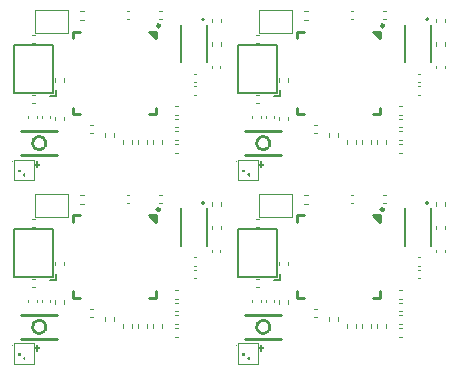
<source format=gto>
G04 #@! TF.GenerationSoftware,KiCad,Pcbnew,7.0.2-6a45011f42~172~ubuntu22.04.1*
G04 #@! TF.CreationDate,2023-06-12T10:15:53+08:00*
G04 #@! TF.ProjectId,panel_2_2,70616e65-6c5f-4325-9f32-2e6b69636164,rev?*
G04 #@! TF.SameCoordinates,Original*
G04 #@! TF.FileFunction,Legend,Top*
G04 #@! TF.FilePolarity,Positive*
%FSLAX46Y46*%
G04 Gerber Fmt 4.6, Leading zero omitted, Abs format (unit mm)*
G04 Created by KiCad (PCBNEW 7.0.2-6a45011f42~172~ubuntu22.04.1) date 2023-06-12 10:15:53*
%MOMM*%
%LPD*%
G01*
G04 APERTURE LIST*
%ADD10C,0.120000*%
%ADD11C,0.254000*%
%ADD12C,0.100000*%
%ADD13C,0.152000*%
%ADD14C,0.200000*%
G04 APERTURE END LIST*
D10*
G04 #@! TO.C,C14*
X53140000Y-40312164D02*
X53140000Y-40527836D01*
X52420000Y-40312164D02*
X52420000Y-40527836D01*
G04 #@! TO.C,C2*
X50872164Y-25420000D02*
X51087836Y-25420000D01*
X50872164Y-26140000D02*
X51087836Y-26140000D01*
D11*
G04 #@! TO.C,SW1*
X36266000Y-30284000D02*
X39314000Y-30284000D01*
X36266000Y-32316000D02*
X39314000Y-32316000D01*
X38298491Y-31554252D02*
G75*
G03*
X38191999Y-31701999I-508491J254252D01*
G01*
D10*
G04 #@! TO.C,R1*
X39100000Y-26093641D02*
X39100000Y-25786359D01*
X39860000Y-26093641D02*
X39860000Y-25786359D01*
D11*
G04 #@! TO.C,SW1*
X17296000Y-30284000D02*
X20344000Y-30284000D01*
X17296000Y-32316000D02*
X20344000Y-32316000D01*
X19328491Y-31554252D02*
G75*
G03*
X19221999Y-31701999I-508491J254252D01*
G01*
D10*
G04 #@! TO.C,R9*
X26660000Y-31066359D02*
X26660000Y-31373641D01*
X25900000Y-31066359D02*
X25900000Y-31373641D01*
G04 #@! TO.C,C8*
X30332164Y-46960000D02*
X30547836Y-46960000D01*
X30332164Y-47680000D02*
X30547836Y-47680000D01*
G04 #@! TO.C,R11*
X48190000Y-46626359D02*
X48190000Y-46933641D01*
X47430000Y-46626359D02*
X47430000Y-46933641D01*
G04 #@! TO.C,C10*
X50872164Y-42040000D02*
X51087836Y-42040000D01*
X50872164Y-42760000D02*
X51087836Y-42760000D01*
D11*
G04 #@! TO.C,U1*
X47685000Y-37415000D02*
X47685000Y-37984000D01*
X47116000Y-37415000D02*
X47685000Y-37415000D01*
X47116000Y-37415000D02*
X47685000Y-37984000D01*
X40685000Y-37415000D02*
X41254000Y-37415000D01*
X40685000Y-37515000D02*
X40685000Y-37415000D01*
X47685000Y-37674000D02*
X47588000Y-37674000D01*
X47588000Y-37674000D02*
X47329000Y-37415000D01*
X40685000Y-37984000D02*
X40685000Y-37515000D01*
X47685000Y-43846000D02*
X47685000Y-44415000D01*
X47685000Y-44415000D02*
X47116000Y-44415000D01*
X41254000Y-44415000D02*
X40685000Y-44415000D01*
X40685000Y-44415000D02*
X40685000Y-43846000D01*
X48012000Y-36915000D02*
G75*
G03*
X48012000Y-36915000I-127000J0D01*
G01*
D10*
G04 #@! TO.C,C6*
X30542836Y-45527500D02*
X30327164Y-45527500D01*
X30542836Y-44807500D02*
X30327164Y-44807500D01*
G04 #@! TO.C,R11*
X29220000Y-31066359D02*
X29220000Y-31373641D01*
X28460000Y-31066359D02*
X28460000Y-31373641D01*
G04 #@! TO.C,R3*
X25135000Y-30466359D02*
X25135000Y-30773641D01*
X24375000Y-30466359D02*
X24375000Y-30773641D01*
G04 #@! TO.C,C2*
X31902164Y-40980000D02*
X32117836Y-40980000D01*
X31902164Y-41700000D02*
X32117836Y-41700000D01*
G04 #@! TO.C,C8*
X49302164Y-46960000D02*
X49517836Y-46960000D01*
X49302164Y-47680000D02*
X49517836Y-47680000D01*
G04 #@! TO.C,C10*
X31902164Y-26480000D02*
X32117836Y-26480000D01*
X31902164Y-27200000D02*
X32117836Y-27200000D01*
G04 #@! TO.C,R2*
X20160000Y-44913641D02*
X20160000Y-44606359D01*
X20920000Y-44913641D02*
X20920000Y-44606359D01*
G04 #@! TO.C,C13*
X18610000Y-44557164D02*
X18610000Y-44772836D01*
X17890000Y-44557164D02*
X17890000Y-44772836D01*
D12*
G04 #@! TO.C,U5*
X35645000Y-32700000D02*
X35645000Y-34400000D01*
X35645000Y-34400000D02*
X37345000Y-34400000D01*
X37345000Y-32700000D02*
X35645000Y-32700000D01*
X37345000Y-34400000D02*
X37345000Y-32700000D01*
X35545000Y-32850000D02*
G75*
G03*
X35545000Y-32850000I-50000J0D01*
G01*
D10*
X36545000Y-34050000D02*
X36395000Y-33950000D01*
X36545000Y-33850000D01*
X36545000Y-34050000D01*
G36*
X36545000Y-34050000D02*
G01*
X36395000Y-33950000D01*
X36545000Y-33850000D01*
X36545000Y-34050000D01*
G37*
X37770000Y-33125000D02*
X37320000Y-33125000D01*
X37320000Y-33025000D01*
X37770000Y-33025000D01*
X37770000Y-33125000D01*
G36*
X37770000Y-33125000D02*
G01*
X37320000Y-33125000D01*
X37320000Y-33025000D01*
X37770000Y-33025000D01*
X37770000Y-33125000D01*
G37*
X37595000Y-33300000D02*
X37495000Y-33300000D01*
X37495000Y-32850000D01*
X37595000Y-32850000D01*
X37595000Y-33300000D01*
G36*
X37595000Y-33300000D02*
G01*
X37495000Y-33300000D01*
X37495000Y-32850000D01*
X37595000Y-32850000D01*
X37595000Y-33300000D01*
G37*
X36165000Y-33680000D02*
X36155000Y-33680000D01*
X35995000Y-33680000D01*
X35995000Y-33550000D01*
X36165000Y-33550000D01*
X36165000Y-33680000D01*
G36*
X36165000Y-33680000D02*
G01*
X36155000Y-33680000D01*
X35995000Y-33680000D01*
X35995000Y-33550000D01*
X36165000Y-33550000D01*
X36165000Y-33680000D01*
G37*
G04 #@! TO.C,C14*
X53140000Y-24752164D02*
X53140000Y-24967836D01*
X52420000Y-24752164D02*
X52420000Y-24967836D01*
G04 #@! TO.C,C9*
X30327164Y-45875000D02*
X30542836Y-45875000D01*
X30327164Y-46595000D02*
X30542836Y-46595000D01*
G04 #@! TO.C,C4*
X19740000Y-28992164D02*
X19740000Y-29207836D01*
X19020000Y-28992164D02*
X19020000Y-29207836D01*
G04 #@! TO.C,JP1*
X37460000Y-35570000D02*
X40260000Y-35570000D01*
X37460000Y-37570000D02*
X37460000Y-35570000D01*
X40260000Y-35570000D02*
X40260000Y-37570000D01*
X40260000Y-37570000D02*
X37460000Y-37570000D01*
X18490000Y-35570000D02*
X21290000Y-35570000D01*
X18490000Y-37570000D02*
X18490000Y-35570000D01*
X21290000Y-35570000D02*
X21290000Y-37570000D01*
X21290000Y-37570000D02*
X18490000Y-37570000D01*
G04 #@! TO.C,C5*
X49297164Y-28180000D02*
X49512836Y-28180000D01*
X49297164Y-28900000D02*
X49512836Y-28900000D01*
G04 #@! TO.C,R10*
X46910000Y-31066359D02*
X46910000Y-31373641D01*
X46150000Y-31066359D02*
X46150000Y-31373641D01*
D11*
G04 #@! TO.C,SW1*
X17296000Y-45844000D02*
X20344000Y-45844000D01*
X17296000Y-47876000D02*
X20344000Y-47876000D01*
X19328491Y-47114252D02*
G75*
G03*
X19221999Y-47261999I-508491J254252D01*
G01*
D12*
G04 #@! TO.C,U5*
X16675000Y-48260000D02*
X16675000Y-49960000D01*
X16675000Y-49960000D02*
X18375000Y-49960000D01*
X18375000Y-48260000D02*
X16675000Y-48260000D01*
X18375000Y-49960000D02*
X18375000Y-48260000D01*
X16575000Y-48410000D02*
G75*
G03*
X16575000Y-48410000I-50000J0D01*
G01*
D10*
X17575000Y-49610000D02*
X17425000Y-49510000D01*
X17575000Y-49410000D01*
X17575000Y-49610000D01*
G36*
X17575000Y-49610000D02*
G01*
X17425000Y-49510000D01*
X17575000Y-49410000D01*
X17575000Y-49610000D01*
G37*
X18800000Y-48685000D02*
X18350000Y-48685000D01*
X18350000Y-48585000D01*
X18800000Y-48585000D01*
X18800000Y-48685000D01*
G36*
X18800000Y-48685000D02*
G01*
X18350000Y-48685000D01*
X18350000Y-48585000D01*
X18800000Y-48585000D01*
X18800000Y-48685000D01*
G37*
X18625000Y-48860000D02*
X18525000Y-48860000D01*
X18525000Y-48410000D01*
X18625000Y-48410000D01*
X18625000Y-48860000D01*
G36*
X18625000Y-48860000D02*
G01*
X18525000Y-48860000D01*
X18525000Y-48410000D01*
X18625000Y-48410000D01*
X18625000Y-48860000D01*
G37*
X17195000Y-49240000D02*
X17185000Y-49240000D01*
X17025000Y-49240000D01*
X17025000Y-49110000D01*
X17195000Y-49110000D01*
X17195000Y-49240000D01*
G36*
X17195000Y-49240000D02*
G01*
X17185000Y-49240000D01*
X17025000Y-49240000D01*
X17025000Y-49110000D01*
X17195000Y-49110000D01*
X17195000Y-49240000D01*
G37*
G04 #@! TO.C,R10*
X46910000Y-46626359D02*
X46910000Y-46933641D01*
X46150000Y-46626359D02*
X46150000Y-46933641D01*
G04 #@! TO.C,R3*
X44105000Y-30466359D02*
X44105000Y-30773641D01*
X43345000Y-30466359D02*
X43345000Y-30773641D01*
G04 #@! TO.C,C7*
X23367836Y-46030000D02*
X23152164Y-46030000D01*
X23367836Y-45310000D02*
X23152164Y-45310000D01*
G04 #@! TO.C,C9*
X49297164Y-30315000D02*
X49512836Y-30315000D01*
X49297164Y-31035000D02*
X49512836Y-31035000D01*
G04 #@! TO.C,C12*
X45207164Y-35665000D02*
X45422836Y-35665000D01*
X45207164Y-36385000D02*
X45422836Y-36385000D01*
G04 #@! TO.C,C5*
X49297164Y-43740000D02*
X49512836Y-43740000D01*
X49297164Y-44460000D02*
X49512836Y-44460000D01*
G04 #@! TO.C,C10*
X31902164Y-42040000D02*
X32117836Y-42040000D01*
X31902164Y-42760000D02*
X32117836Y-42760000D01*
G04 #@! TO.C,C14*
X34170000Y-40312164D02*
X34170000Y-40527836D01*
X33450000Y-40312164D02*
X33450000Y-40527836D01*
D11*
G04 #@! TO.C,SW1*
X36266000Y-45844000D02*
X39314000Y-45844000D01*
X36266000Y-47876000D02*
X39314000Y-47876000D01*
X38298491Y-47114252D02*
G75*
G03*
X38191999Y-47261999I-508491J254252D01*
G01*
D10*
G04 #@! TO.C,R12*
X22306359Y-35660000D02*
X22613641Y-35660000D01*
X22306359Y-36420000D02*
X22613641Y-36420000D01*
D13*
G04 #@! TO.C,X1*
X38674000Y-27319000D02*
X39182000Y-27319000D01*
X39182000Y-27319000D02*
X39182000Y-26811000D01*
X35626000Y-27062000D02*
X35626000Y-23001000D01*
X38956000Y-27062000D02*
X35626000Y-27062000D01*
X35626000Y-23001000D02*
X37277000Y-23001000D01*
X37277000Y-23001000D02*
X38928000Y-23001000D01*
X38928000Y-23001000D02*
X38956000Y-27062000D01*
X38928000Y-23001000D02*
X38928000Y-23001000D01*
D10*
G04 #@! TO.C,C7*
X42337836Y-46030000D02*
X42122164Y-46030000D01*
X42337836Y-45310000D02*
X42122164Y-45310000D01*
D13*
G04 #@! TO.C,U2*
X33011000Y-39978500D02*
X33011000Y-36826500D01*
X30859000Y-36826500D02*
X30859000Y-39978500D01*
D14*
X32797000Y-36370500D02*
G75*
G03*
X32797000Y-36370500I-100000J0D01*
G01*
D11*
G04 #@! TO.C,U1*
X47685000Y-21855000D02*
X47685000Y-22424000D01*
X47116000Y-21855000D02*
X47685000Y-21855000D01*
X47116000Y-21855000D02*
X47685000Y-22424000D01*
X40685000Y-21855000D02*
X41254000Y-21855000D01*
X40685000Y-21955000D02*
X40685000Y-21855000D01*
X47685000Y-22114000D02*
X47588000Y-22114000D01*
X47588000Y-22114000D02*
X47329000Y-21855000D01*
X40685000Y-22424000D02*
X40685000Y-21955000D01*
X47685000Y-28286000D02*
X47685000Y-28855000D01*
X47685000Y-28855000D02*
X47116000Y-28855000D01*
X41254000Y-28855000D02*
X40685000Y-28855000D01*
X40685000Y-28855000D02*
X40685000Y-28286000D01*
X48012000Y-21355000D02*
G75*
G03*
X48012000Y-21355000I-127000J0D01*
G01*
D10*
G04 #@! TO.C,C13*
X18610000Y-28997164D02*
X18610000Y-29212836D01*
X17890000Y-28997164D02*
X17890000Y-29212836D01*
D12*
G04 #@! TO.C,U5*
X35645000Y-48260000D02*
X35645000Y-49960000D01*
X35645000Y-49960000D02*
X37345000Y-49960000D01*
X37345000Y-48260000D02*
X35645000Y-48260000D01*
X37345000Y-49960000D02*
X37345000Y-48260000D01*
X35545000Y-48410000D02*
G75*
G03*
X35545000Y-48410000I-50000J0D01*
G01*
D10*
X36545000Y-49610000D02*
X36395000Y-49510000D01*
X36545000Y-49410000D01*
X36545000Y-49610000D01*
G36*
X36545000Y-49610000D02*
G01*
X36395000Y-49510000D01*
X36545000Y-49410000D01*
X36545000Y-49610000D01*
G37*
X37770000Y-48685000D02*
X37320000Y-48685000D01*
X37320000Y-48585000D01*
X37770000Y-48585000D01*
X37770000Y-48685000D01*
G36*
X37770000Y-48685000D02*
G01*
X37320000Y-48685000D01*
X37320000Y-48585000D01*
X37770000Y-48585000D01*
X37770000Y-48685000D01*
G37*
X37595000Y-48860000D02*
X37495000Y-48860000D01*
X37495000Y-48410000D01*
X37595000Y-48410000D01*
X37595000Y-48860000D01*
G36*
X37595000Y-48860000D02*
G01*
X37495000Y-48860000D01*
X37495000Y-48410000D01*
X37595000Y-48410000D01*
X37595000Y-48860000D01*
G37*
X36165000Y-49240000D02*
X36155000Y-49240000D01*
X35995000Y-49240000D01*
X35995000Y-49110000D01*
X36165000Y-49110000D01*
X36165000Y-49240000D01*
G36*
X36165000Y-49240000D02*
G01*
X36155000Y-49240000D01*
X35995000Y-49240000D01*
X35995000Y-49110000D01*
X36165000Y-49110000D01*
X36165000Y-49240000D01*
G37*
G04 #@! TO.C,R2*
X39130000Y-44913641D02*
X39130000Y-44606359D01*
X39890000Y-44913641D02*
X39890000Y-44606359D01*
G04 #@! TO.C,R1*
X39100000Y-41653641D02*
X39100000Y-41346359D01*
X39860000Y-41653641D02*
X39860000Y-41346359D01*
G04 #@! TO.C,C11*
X29002164Y-20100000D02*
X29217836Y-20100000D01*
X29002164Y-20820000D02*
X29217836Y-20820000D01*
G04 #@! TO.C,R5*
X53160000Y-36316359D02*
X53160000Y-36623641D01*
X52400000Y-36316359D02*
X52400000Y-36623641D01*
X34190000Y-20756359D02*
X34190000Y-21063641D01*
X33430000Y-20756359D02*
X33430000Y-21063641D01*
G04 #@! TO.C,JP1*
X37460000Y-20010000D02*
X40260000Y-20010000D01*
X37460000Y-22010000D02*
X37460000Y-20010000D01*
X40260000Y-20010000D02*
X40260000Y-22010000D01*
X40260000Y-22010000D02*
X37460000Y-22010000D01*
D11*
G04 #@! TO.C,U1*
X28715000Y-37415000D02*
X28715000Y-37984000D01*
X28146000Y-37415000D02*
X28715000Y-37415000D01*
X28146000Y-37415000D02*
X28715000Y-37984000D01*
X21715000Y-37415000D02*
X22284000Y-37415000D01*
X21715000Y-37515000D02*
X21715000Y-37415000D01*
X28715000Y-37674000D02*
X28618000Y-37674000D01*
X28618000Y-37674000D02*
X28359000Y-37415000D01*
X21715000Y-37984000D02*
X21715000Y-37515000D01*
X28715000Y-43846000D02*
X28715000Y-44415000D01*
X28715000Y-44415000D02*
X28146000Y-44415000D01*
X22284000Y-44415000D02*
X21715000Y-44415000D01*
X21715000Y-44415000D02*
X21715000Y-43846000D01*
X29042000Y-36915000D02*
G75*
G03*
X29042000Y-36915000I-127000J0D01*
G01*
D10*
G04 #@! TO.C,R11*
X29220000Y-46626359D02*
X29220000Y-46933641D01*
X28460000Y-46626359D02*
X28460000Y-46933641D01*
G04 #@! TO.C,R6*
X52400000Y-38608641D02*
X52400000Y-38301359D01*
X53160000Y-38608641D02*
X53160000Y-38301359D01*
G04 #@! TO.C,C1*
X18212164Y-27210000D02*
X18427836Y-27210000D01*
X18212164Y-27930000D02*
X18427836Y-27930000D01*
G04 #@! TO.C,C13*
X37580000Y-44557164D02*
X37580000Y-44772836D01*
X36860000Y-44557164D02*
X36860000Y-44772836D01*
G04 #@! TO.C,C7*
X42337836Y-30470000D02*
X42122164Y-30470000D01*
X42337836Y-29750000D02*
X42122164Y-29750000D01*
D11*
G04 #@! TO.C,U1*
X28715000Y-21855000D02*
X28715000Y-22424000D01*
X28146000Y-21855000D02*
X28715000Y-21855000D01*
X28146000Y-21855000D02*
X28715000Y-22424000D01*
X21715000Y-21855000D02*
X22284000Y-21855000D01*
X21715000Y-21955000D02*
X21715000Y-21855000D01*
X28715000Y-22114000D02*
X28618000Y-22114000D01*
X28618000Y-22114000D02*
X28359000Y-21855000D01*
X21715000Y-22424000D02*
X21715000Y-21955000D01*
X28715000Y-28286000D02*
X28715000Y-28855000D01*
X28715000Y-28855000D02*
X28146000Y-28855000D01*
X22284000Y-28855000D02*
X21715000Y-28855000D01*
X21715000Y-28855000D02*
X21715000Y-28286000D01*
X29042000Y-21355000D02*
G75*
G03*
X29042000Y-21355000I-127000J0D01*
G01*
D13*
G04 #@! TO.C,U2*
X51981000Y-39978500D02*
X51981000Y-36826500D01*
X49829000Y-36826500D02*
X49829000Y-39978500D01*
D14*
X51767000Y-36370500D02*
G75*
G03*
X51767000Y-36370500I-100000J0D01*
G01*
D10*
G04 #@! TO.C,R9*
X45630000Y-31066359D02*
X45630000Y-31373641D01*
X44870000Y-31066359D02*
X44870000Y-31373641D01*
G04 #@! TO.C,C1*
X37182164Y-27210000D02*
X37397836Y-27210000D01*
X37182164Y-27930000D02*
X37397836Y-27930000D01*
G04 #@! TO.C,C6*
X30542836Y-29967500D02*
X30327164Y-29967500D01*
X30542836Y-29247500D02*
X30327164Y-29247500D01*
G04 #@! TO.C,JP1*
X18490000Y-20010000D02*
X21290000Y-20010000D01*
X18490000Y-22010000D02*
X18490000Y-20010000D01*
X21290000Y-20010000D02*
X21290000Y-22010000D01*
X21290000Y-22010000D02*
X18490000Y-22010000D01*
G04 #@! TO.C,C7*
X23367836Y-30470000D02*
X23152164Y-30470000D01*
X23367836Y-29750000D02*
X23152164Y-29750000D01*
G04 #@! TO.C,C11*
X29002164Y-35660000D02*
X29217836Y-35660000D01*
X29002164Y-36380000D02*
X29217836Y-36380000D01*
G04 #@! TO.C,C14*
X34170000Y-24752164D02*
X34170000Y-24967836D01*
X33450000Y-24752164D02*
X33450000Y-24967836D01*
G04 #@! TO.C,C6*
X49512836Y-45527500D02*
X49297164Y-45527500D01*
X49512836Y-44807500D02*
X49297164Y-44807500D01*
G04 #@! TO.C,R9*
X45630000Y-46626359D02*
X45630000Y-46933641D01*
X44870000Y-46626359D02*
X44870000Y-46933641D01*
G04 #@! TO.C,C9*
X30327164Y-30315000D02*
X30542836Y-30315000D01*
X30327164Y-31035000D02*
X30542836Y-31035000D01*
D13*
G04 #@! TO.C,X1*
X19704000Y-42879000D02*
X20212000Y-42879000D01*
X20212000Y-42879000D02*
X20212000Y-42371000D01*
X16656000Y-42622000D02*
X16656000Y-38561000D01*
X19986000Y-42622000D02*
X16656000Y-42622000D01*
X16656000Y-38561000D02*
X18307000Y-38561000D01*
X18307000Y-38561000D02*
X19958000Y-38561000D01*
X19958000Y-38561000D02*
X19986000Y-42622000D01*
X19958000Y-38561000D02*
X19958000Y-38561000D01*
D10*
G04 #@! TO.C,C9*
X49297164Y-45875000D02*
X49512836Y-45875000D01*
X49297164Y-46595000D02*
X49512836Y-46595000D01*
G04 #@! TO.C,C3*
X37202164Y-37700000D02*
X37417836Y-37700000D01*
X37202164Y-38420000D02*
X37417836Y-38420000D01*
G04 #@! TO.C,C11*
X47972164Y-20100000D02*
X48187836Y-20100000D01*
X47972164Y-20820000D02*
X48187836Y-20820000D01*
G04 #@! TO.C,R5*
X34190000Y-36316359D02*
X34190000Y-36623641D01*
X33430000Y-36316359D02*
X33430000Y-36623641D01*
G04 #@! TO.C,R1*
X20130000Y-41653641D02*
X20130000Y-41346359D01*
X20890000Y-41653641D02*
X20890000Y-41346359D01*
G04 #@! TO.C,R12*
X41276359Y-20100000D02*
X41583641Y-20100000D01*
X41276359Y-20860000D02*
X41583641Y-20860000D01*
G04 #@! TO.C,R6*
X33430000Y-23048641D02*
X33430000Y-22741359D01*
X34190000Y-23048641D02*
X34190000Y-22741359D01*
G04 #@! TO.C,C3*
X37202164Y-22140000D02*
X37417836Y-22140000D01*
X37202164Y-22860000D02*
X37417836Y-22860000D01*
G04 #@! TO.C,C5*
X30327164Y-43740000D02*
X30542836Y-43740000D01*
X30327164Y-44460000D02*
X30542836Y-44460000D01*
G04 #@! TO.C,C12*
X26237164Y-35665000D02*
X26452836Y-35665000D01*
X26237164Y-36385000D02*
X26452836Y-36385000D01*
G04 #@! TO.C,C1*
X18212164Y-42770000D02*
X18427836Y-42770000D01*
X18212164Y-43490000D02*
X18427836Y-43490000D01*
G04 #@! TO.C,R10*
X27940000Y-46626359D02*
X27940000Y-46933641D01*
X27180000Y-46626359D02*
X27180000Y-46933641D01*
D12*
G04 #@! TO.C,U5*
X16675000Y-32700000D02*
X16675000Y-34400000D01*
X16675000Y-34400000D02*
X18375000Y-34400000D01*
X18375000Y-32700000D02*
X16675000Y-32700000D01*
X18375000Y-34400000D02*
X18375000Y-32700000D01*
X16575000Y-32850000D02*
G75*
G03*
X16575000Y-32850000I-50000J0D01*
G01*
D10*
X17575000Y-34050000D02*
X17425000Y-33950000D01*
X17575000Y-33850000D01*
X17575000Y-34050000D01*
G36*
X17575000Y-34050000D02*
G01*
X17425000Y-33950000D01*
X17575000Y-33850000D01*
X17575000Y-34050000D01*
G37*
X18800000Y-33125000D02*
X18350000Y-33125000D01*
X18350000Y-33025000D01*
X18800000Y-33025000D01*
X18800000Y-33125000D01*
G36*
X18800000Y-33125000D02*
G01*
X18350000Y-33125000D01*
X18350000Y-33025000D01*
X18800000Y-33025000D01*
X18800000Y-33125000D01*
G37*
X18625000Y-33300000D02*
X18525000Y-33300000D01*
X18525000Y-32850000D01*
X18625000Y-32850000D01*
X18625000Y-33300000D01*
G36*
X18625000Y-33300000D02*
G01*
X18525000Y-33300000D01*
X18525000Y-32850000D01*
X18625000Y-32850000D01*
X18625000Y-33300000D01*
G37*
X17195000Y-33680000D02*
X17185000Y-33680000D01*
X17025000Y-33680000D01*
X17025000Y-33550000D01*
X17195000Y-33550000D01*
X17195000Y-33680000D01*
G36*
X17195000Y-33680000D02*
G01*
X17185000Y-33680000D01*
X17025000Y-33680000D01*
X17025000Y-33550000D01*
X17195000Y-33550000D01*
X17195000Y-33680000D01*
G37*
G04 #@! TO.C,C2*
X31902164Y-25420000D02*
X32117836Y-25420000D01*
X31902164Y-26140000D02*
X32117836Y-26140000D01*
X50872164Y-40980000D02*
X51087836Y-40980000D01*
X50872164Y-41700000D02*
X51087836Y-41700000D01*
D13*
G04 #@! TO.C,U2*
X51981000Y-24418500D02*
X51981000Y-21266500D01*
X49829000Y-21266500D02*
X49829000Y-24418500D01*
D14*
X51767000Y-20810500D02*
G75*
G03*
X51767000Y-20810500I-100000J0D01*
G01*
D10*
G04 #@! TO.C,R6*
X52400000Y-23048641D02*
X52400000Y-22741359D01*
X53160000Y-23048641D02*
X53160000Y-22741359D01*
G04 #@! TO.C,C3*
X18232164Y-22140000D02*
X18447836Y-22140000D01*
X18232164Y-22860000D02*
X18447836Y-22860000D01*
G04 #@! TO.C,R2*
X20160000Y-29353641D02*
X20160000Y-29046359D01*
X20920000Y-29353641D02*
X20920000Y-29046359D01*
G04 #@! TO.C,R11*
X48190000Y-31066359D02*
X48190000Y-31373641D01*
X47430000Y-31066359D02*
X47430000Y-31373641D01*
G04 #@! TO.C,R5*
X53160000Y-20756359D02*
X53160000Y-21063641D01*
X52400000Y-20756359D02*
X52400000Y-21063641D01*
G04 #@! TO.C,C4*
X38710000Y-44552164D02*
X38710000Y-44767836D01*
X37990000Y-44552164D02*
X37990000Y-44767836D01*
G04 #@! TO.C,C13*
X37580000Y-28997164D02*
X37580000Y-29212836D01*
X36860000Y-28997164D02*
X36860000Y-29212836D01*
G04 #@! TO.C,R6*
X33430000Y-38608641D02*
X33430000Y-38301359D01*
X34190000Y-38608641D02*
X34190000Y-38301359D01*
G04 #@! TO.C,R1*
X20130000Y-26093641D02*
X20130000Y-25786359D01*
X20890000Y-26093641D02*
X20890000Y-25786359D01*
D13*
G04 #@! TO.C,U2*
X33011000Y-24418500D02*
X33011000Y-21266500D01*
X30859000Y-21266500D02*
X30859000Y-24418500D01*
D14*
X32797000Y-20810500D02*
G75*
G03*
X32797000Y-20810500I-100000J0D01*
G01*
D10*
G04 #@! TO.C,R3*
X25135000Y-46026359D02*
X25135000Y-46333641D01*
X24375000Y-46026359D02*
X24375000Y-46333641D01*
G04 #@! TO.C,R12*
X22306359Y-20100000D02*
X22613641Y-20100000D01*
X22306359Y-20860000D02*
X22613641Y-20860000D01*
G04 #@! TO.C,C1*
X37182164Y-42770000D02*
X37397836Y-42770000D01*
X37182164Y-43490000D02*
X37397836Y-43490000D01*
D13*
G04 #@! TO.C,X1*
X19704000Y-27319000D02*
X20212000Y-27319000D01*
X20212000Y-27319000D02*
X20212000Y-26811000D01*
X16656000Y-27062000D02*
X16656000Y-23001000D01*
X19986000Y-27062000D02*
X16656000Y-27062000D01*
X16656000Y-23001000D02*
X18307000Y-23001000D01*
X18307000Y-23001000D02*
X19958000Y-23001000D01*
X19958000Y-23001000D02*
X19986000Y-27062000D01*
X19958000Y-23001000D02*
X19958000Y-23001000D01*
X38674000Y-42879000D02*
X39182000Y-42879000D01*
X39182000Y-42879000D02*
X39182000Y-42371000D01*
X35626000Y-42622000D02*
X35626000Y-38561000D01*
X38956000Y-42622000D02*
X35626000Y-42622000D01*
X35626000Y-38561000D02*
X37277000Y-38561000D01*
X37277000Y-38561000D02*
X38928000Y-38561000D01*
X38928000Y-38561000D02*
X38956000Y-42622000D01*
X38928000Y-38561000D02*
X38928000Y-38561000D01*
D10*
G04 #@! TO.C,C6*
X49512836Y-29967500D02*
X49297164Y-29967500D01*
X49512836Y-29247500D02*
X49297164Y-29247500D01*
G04 #@! TO.C,C8*
X30332164Y-31400000D02*
X30547836Y-31400000D01*
X30332164Y-32120000D02*
X30547836Y-32120000D01*
G04 #@! TO.C,C4*
X38710000Y-28992164D02*
X38710000Y-29207836D01*
X37990000Y-28992164D02*
X37990000Y-29207836D01*
X19740000Y-44552164D02*
X19740000Y-44767836D01*
X19020000Y-44552164D02*
X19020000Y-44767836D01*
G04 #@! TO.C,C8*
X49302164Y-31400000D02*
X49517836Y-31400000D01*
X49302164Y-32120000D02*
X49517836Y-32120000D01*
G04 #@! TO.C,C3*
X18232164Y-37700000D02*
X18447836Y-37700000D01*
X18232164Y-38420000D02*
X18447836Y-38420000D01*
G04 #@! TO.C,R12*
X41276359Y-35660000D02*
X41583641Y-35660000D01*
X41276359Y-36420000D02*
X41583641Y-36420000D01*
G04 #@! TO.C,R10*
X27940000Y-31066359D02*
X27940000Y-31373641D01*
X27180000Y-31066359D02*
X27180000Y-31373641D01*
G04 #@! TO.C,C12*
X45207164Y-20105000D02*
X45422836Y-20105000D01*
X45207164Y-20825000D02*
X45422836Y-20825000D01*
G04 #@! TO.C,C11*
X47972164Y-35660000D02*
X48187836Y-35660000D01*
X47972164Y-36380000D02*
X48187836Y-36380000D01*
G04 #@! TO.C,C12*
X26237164Y-20105000D02*
X26452836Y-20105000D01*
X26237164Y-20825000D02*
X26452836Y-20825000D01*
G04 #@! TO.C,R2*
X39130000Y-29353641D02*
X39130000Y-29046359D01*
X39890000Y-29353641D02*
X39890000Y-29046359D01*
G04 #@! TO.C,R3*
X44105000Y-46026359D02*
X44105000Y-46333641D01*
X43345000Y-46026359D02*
X43345000Y-46333641D01*
G04 #@! TO.C,C10*
X50872164Y-26480000D02*
X51087836Y-26480000D01*
X50872164Y-27200000D02*
X51087836Y-27200000D01*
G04 #@! TO.C,C5*
X30327164Y-28180000D02*
X30542836Y-28180000D01*
X30327164Y-28900000D02*
X30542836Y-28900000D01*
G04 #@! TO.C,R9*
X26660000Y-46626359D02*
X26660000Y-46933641D01*
X25900000Y-46626359D02*
X25900000Y-46933641D01*
G04 #@! TD*
M02*

</source>
